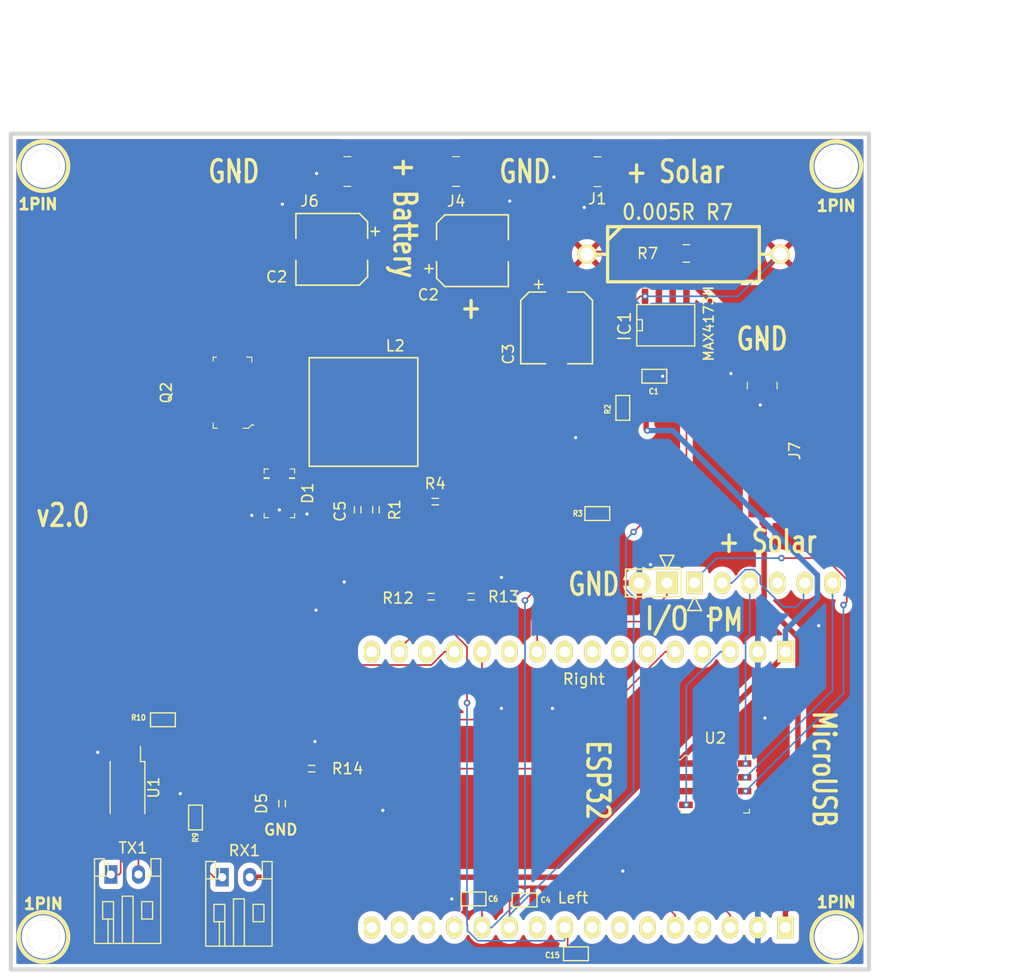
<source format=kicad_pcb>
(kicad_pcb (version 20211014) (generator pcbnew)
  (title_block (title "Peak Power Solar Charger") (date "2020-04-25") (rev "V2.0"))
  (layers (0 "F.Cu" signal "Front") (31 "B.Cu" signal "Back") (34 "B.Paste" user) (35 "F.Paste" user) (36 "B.SilkS" user "B.Silkscreen") (37 "F.SilkS" user "F.Silkscreen") (38 "B.Mask" user) (39 "F.Mask" user) (44 "Edge.Cuts" user))
  (net 0 "")
  (net 1 "Bat+")
  (net 2 "GND")
  (net 3 "I_Sol")
  (net 4 "U_Bat")
  (net 5 "U_Sol")
  (net 6 "+3V3")
  (net 7 "Net-(D5-Pad2)")
  (net 8 "Net-(R10-Pad1)")
  (net 9 "Net-(TX1-Pad1)")
  (net 10 "Net-(TX1-Pad2)")
  (net 11 "Net-(J3-Pad13)")
  (net 12 "PWM")
  (net 13 "Solar+")
  (net 14 "Net-(J3-Pad12)")
  (net 15 "Net-(J3-Pad5)")
  (net 16 "Net-(D1-Pad1)")
  (net 17 "Net-(C5-Pad2)")
  (net 18 "Net-(IC1-Pad8)")
  (net 19 "Net-(J2-Pad14)")
  (net 20 "Net-(J2-Pad12)")
  (net 21 "Net-(J3-Pad3)")
  (net 22 "Net-(J5-Pad1)")
  (net 23 "Net-(J5-Pad2)")
  (net 24 "Net-(J3-Pad10)")
  (net 25 "Net-(J5-Pad3)")
  (footprint "SO8E" (layer "F.Cu") (at 105.29932 56.6505)
    (fp_text reference "IC1" (at -3.79932 0.0995 90) (layer "F.SilkS") (effects (font (size 1.143 1.143) (thickness 0.1524))))
    (fp_text value "MAX4173H" (at 3.95068 -0.1505 90) (layer "F.SilkS") (effects (font (size 0.889 0.889) (thickness 0.1524))))
    (pad "1" smd rect locked (at -1.905 2.667) (size 0.59944 1.39954) (layers "F.Cu" "F.Paste" "F.Mask") (net 6 "+3V3"))
    (pad "2" smd rect locked (at -0.635 2.667) (size 0.59944 1.39954) (layers "F.Cu" "F.Paste" "F.Mask"))
    (pad "3" smd rect locked (at 0.635 2.667) (size 0.59944 1.39954) (layers "F.Cu" "F.Paste" "F.Mask") (net 2 "GND"))
    (pad "4" smd rect locked (at 1.905 2.667) (size 0.59944 1.39954) (layers "F.Cu" "F.Paste" "F.Mask") (net 3 "I_Sol"))
    (pad "5" smd rect locked (at 1.905 -2.667) (size 0.59944 1.39954) (layers "F.Cu" "F.Paste" "F.Mask"))
    (pad "6" smd rect locked (at 0.635 -2.667) (size 0.59944 1.39954) (layers "F.Cu" "F.Paste" "F.Mask") (net 13 "Solar+"))
    (pad "7" smd rect locked (at -0.635 -2.667) (size 0.59944 1.39954) (layers "F.Cu" "F.Paste" "F.Mask"))
    (pad "8" smd rect locked (at -1.905 -2.667) (size 0.59944 1.39954) (layers "F.Cu" "F.Paste" "F.Mask") (net 18 "Net-(IC1-Pad8)"))
  )
  (footprint "SM0603_Capa" (layer "F.Cu") (at 92.3 109.6)
    (fp_text reference "C4" (at 1.934 0.001) (layer "F.SilkS") (effects (font (size 0.508 0.4572) (thickness 0.1143))))
    (fp_text value "0.1uF" hide)
    (pad "1" smd rect locked (at -0.762 0) (size 0.635 1.143) (layers "F.Cu" "F.Paste" "F.Mask") (net 3 "I_Sol"))
    (pad "2" smd rect locked (at 0.762 0) (size 0.635 1.143) (layers "F.Cu" "F.Paste" "F.Mask") (net 2 "GND"))
  )
  (footprint "SM0603_Capa" (layer "F.Cu") (at 87.6 109.5 180)
    (fp_text reference "C6" (at -1.808 0 180) (layer "F.SilkS") (effects (font (size 0.508 0.4572) (thickness 0.1143))))
    (fp_text value "0.1uF" hide)
    (pad "1" smd rect locked (at -0.762 0 180) (size 0.635 1.143) (layers "F.Cu" "F.Paste" "F.Mask") (net 5 "U_Sol"))
    (pad "2" smd rect locked (at 0.762 0 180) (size 0.635 1.143) (layers "F.Cu" "F.Paste" "F.Mask") (net 2 "GND"))
  )
  (footprint "SM0603_Capa" (layer "F.Cu") (at 104.25 61.3495)
    (fp_text reference "C1" (at -0.0511 1.4005) (layer "F.SilkS") (effects (font (size 0.508 0.4572) (thickness 0.1143))))
    (fp_text value "0.1uF" hide)
    (pad "1" smd rect locked (at -0.762 0) (size 0.635 1.143) (layers "F.Cu" "F.Paste" "F.Mask") (net 6 "+3V3"))
    (pad "2" smd rect locked (at 0.762 0) (size 0.635 1.143) (layers "F.Cu" "F.Paste" "F.Mask") (net 2 "GND"))
  )
  (footprint "SM0603_Capa" (layer "F.Cu") (at 97.028 114.554)
    (fp_text reference "C15" (at -2.159 0.127) (layer "F.SilkS") (effects (font (size 0.508 0.4572) (thickness 0.1143))))
    (fp_text value "0.1uF" hide)
    (pad "1" smd rect locked (at -0.762 0) (size 0.635 1.143) (layers "F.Cu" "F.Paste" "F.Mask") (net 4 "U_Bat"))
    (pad "2" smd rect locked (at 0.762 0) (size 0.635 1.143) (layers "F.Cu" "F.Paste" "F.Mask") (net 2 "GND"))
  )
  (footprint "SM0603" (layer "F.Cu") (at 99 74)
    (fp_text reference "R3" (at -1.80064 0.0012) (layer "F.SilkS") (effects (font (size 0.508 0.4572) (thickness 0.1143))))
    (fp_text value "560R" hide)
    (pad "1" smd rect locked (at -0.762 0) (size 0.635 1.143) (layers "F.Cu" "F.Paste" "F.Mask") (net 2 "GND"))
    (pad "2" smd rect locked (at 0.762 0) (size 0.635 1.143) (layers "F.Cu" "F.Paste" "F.Mask") (net 5 "U_Sol"))
  )
  (footprint "SM0603" (layer "F.Cu") (at 101.346 64.262 90)
    (fp_text reference "R2" (at -0.127 -1.397 90) (layer "F.SilkS") (effects (font (size 0.508 0.4572) (thickness 0.1143))))
    (fp_text value "10k" hide)
    (pad "1" smd rect locked (at -0.762 0 90) (size 0.635 1.143) (layers "F.Cu" "F.Paste" "F.Mask") (net 5 "U_Sol"))
    (pad "2" smd rect locked (at 0.762 0 90) (size 0.635 1.143) (layers "F.Cu" "F.Paste" "F.Mask") (net 18 "Net-(IC1-Pad8)"))
  )
  (footprint "SM0603" (layer "F.Cu") (at 62 102 -90)
    (fp_text reference "R9" (at 1.8494 0 -90) (layer "F.SilkS") (effects (font (size 0.508 0.4572) (thickness 0.1143))))
    (fp_text value "4K7" hide)
    (pad "1" smd rect locked (at -0.762 0 270) (size 0.635 1.143) (layers "F.Cu" "F.Paste" "F.Mask") (net 2 "GND"))
    (pad "2" smd rect locked (at 0.762 0 270) (size 0.635 1.143) (layers "F.Cu" "F.Paste" "F.Mask") (net 14 "Net-(J3-Pad12)"))
  )
  (footprint "SM0603" (layer "F.Cu") (at 59 93)
    (fp_text reference "R10" (at -2.24952 -0.19904) (layer "F.SilkS") (effects (font (size 0.508 0.4572) (thickness 0.1143))))
    (fp_text value "220R" hide)
    (pad "1" smd rect locked (at -0.762 0) (size 0.635 1.143) (layers "F.Cu" "F.Paste" "F.Mask") (net 8 "Net-(R10-Pad1)"))
    (pad "2" smd rect locked (at 0.762 0) (size 0.635 1.143) (layers "F.Cu" "F.Paste" "F.Mask") (net 11 "Net-(J3-Pad13)"))
  )
  (footprint "R7" (layer "F.Cu") (at 106.93 50.11)
    (fp_text reference "R7" (at 3.32 -3.86) (layer "F.SilkS") (effects (font (size 1.397 1.27) (thickness 0.2032))))
    (fp_text value "0.005R" (at -2.282 -3.882) (layer "F.SilkS") (effects (font (size 1.397 1.27) (thickness 0.2032))))
    (pad "1" thru_hole circle locked (at 8.89 0) (size 1.778 1.778) (drill 1.27) (layers *.Cu *.Mask "F.SilkS") (net 18 "Net-(IC1-Pad8)"))
    (pad "2" thru_hole circle locked (at -8.89 0) (size 1.778 1.778) (drill 1.27) (layers *.Cu *.Mask "F.SilkS") (net 13 "Solar+"))
  )
  (footprint "1pin" (layer "F.Cu") (at 48 113)
    (fp_text reference "1PIN" (at 0 -3.048) (layer "F.SilkS") (effects (font (size 1.016 1.016) (thickness 0.254))))
    (fp_text value "" hide)
    (pad "1" thru_hole circle locked (at 0 0) (size 2.99974 2.99974) (drill 2.99974) (layers *.Cu "F.SilkS"))
  )
  (footprint "1pin" (layer "F.Cu") (at 121 113)
    (fp_text reference "1PIN" (at 0 -3.19954) (layer "F.SilkS") (effects (font (size 1.016 1.016) (thickness 0.254))))
    (fp_text value "" hide)
    (pad "1" thru_hole circle locked (at 0 0) (size 2.99974 2.99974) (drill 2.99974) (layers *.Cu *.Mask "F.SilkS"))
  )
  (footprint "1pin" (layer "F.Cu") (at 121 42)
    (fp_text reference "1PIN" (at 0 3.65084) (layer "F.SilkS") (effects (font (size 1.016 1.016) (thickness 0.254))))
    (fp_text value "" hide)
    (pad "1" thru_hole circle locked (at 0 0) (size 2.99974 2.99974) (drill 2.99974) (layers *.Cu *.Mask "F.SilkS"))
  )
  (footprint "1pin" (layer "F.Cu") (at 48 42)
    (fp_text reference "1PIN" (at -0.5001 3.4999) (layer "F.SilkS") (effects (font (size 1.016 1.016) (thickness 0.254))))
    (fp_text value "" hide)
    (pad "1" thru_hole circle locked (at 0 0) (size 2.99974 2.99974) (drill 2.99974) (layers *.Cu *.Mask "F.SilkS"))
  )
  (footprint "ESP32-footprints-Lib:PIN16" (layer "F.Cu") (at 96 113.4 180)
    (fp_text reference "J2" hide)
    (fp_text value "Left" (at -0.75 4 180) (layer "F.SilkS"))
    (pad "1" thru_hole oval locked (at 17.78 1.27 180) (size 1.5 2) (drill 1) (layers *.Cu *.Mask "F.SilkS"))
    (pad "2" thru_hole oval locked (at 15.24 1.27 180) (size 1.5 2) (drill 1) (layers *.Cu *.Mask "F.SilkS"))
    (pad "3" thru_hole oval locked (at 12.7 1.27 180) (size 1.5 2) (drill 1) (layers *.Cu *.Mask "F.SilkS"))
    (pad "4" thru_hole oval locked (at 10.16 1.27 180) (size 1.5 2) (drill 1) (layers *.Cu *.Mask "F.SilkS"))
    (pad "5" thru_hole oval locked (at 7.62 1.27 180) (size 1.5 2) (drill 1) (layers *.Cu *.Mask "F.SilkS") (net 5 "U_Sol"))
    (pad "6" thru_hole oval locked (at 5.08 1.27 180) (size 1.5 2) (drill 1) (layers *.Cu *.Mask "F.SilkS") (net 3 "I_Sol"))
    (pad "7" thru_hole oval locked (at 2.54 1.27 180) (size 1.5 2) (drill 1) (layers *.Cu *.Mask "F.SilkS"))
    (pad "8" thru_hole oval locked (at 0 1.27 180) (size 1.5 2) (drill 1) (layers *.Cu *.Mask "F.SilkS") (net 4 "U_Bat"))
    (pad "9" thru_hole oval locked (at -2.54 1.27 180) (size 1.5 2) (drill 1) (layers *.Cu *.Mask "F.SilkS"))
    (pad "10" thru_hole oval locked (at -5.08 1.27 180) (size 1.5 2) (drill 1) (layers *.Cu *.Mask "F.SilkS"))
    (pad "11" thru_hole oval locked (at -7.62 1.27 180) (size 1.5 2) (drill 1) (layers *.Cu *.Mask "F.SilkS"))
    (pad "12" thru_hole oval locked (at -10.16 1.27 180) (size 1.5 2) (drill 1) (layers *.Cu *.Mask "F.SilkS") (net 20 "Net-(J2-Pad12)"))
    (pad "13" thru_hole oval locked (at -12.7 1.27 180) (size 1.5 2) (drill 1) (layers *.Cu *.Mask "F.SilkS"))
    (pad "14" thru_hole oval locked (at -15.24 1.27 180) (size 1.5 2) (drill 1) (layers *.Cu *.Mask "F.SilkS") (net 19 "Net-(J2-Pad14)"))
    (pad "15" thru_hole oval locked (at -17.78 1.27 180) (size 1.5 2) (drill 1) (layers *.Cu *.Mask "F.SilkS") (net 2 "GND"))
    (pad "16" thru_hole rect locked (at -20.32 1.27 180) (size 1.5 2) (drill 1) (layers *.Cu *.Mask "F.SilkS") (net 13 "Solar+"))
  )
  (footprint "ESP32-footprints-Lib:PIN16" (layer "F.Cu") (at 96 88 180)
    (fp_text reference "J3" hide)
    (fp_text value "Right" (at -1.75 -1.25 180) (layer "F.SilkS"))
    (pad "1" thru_hole rect locked (at -20.32 1.27 180) (size 1.5 2) (drill 1) (layers *.Cu *.Mask "F.SilkS") (net 6 "+3V3"))
    (pad "2" thru_hole oval locked (at -17.78 1.27 180) (size 1.5 2) (drill 1) (layers *.Cu *.Mask "F.SilkS") (net 2 "GND"))
    (pad "3" thru_hole oval locked (at -15.24 1.27 180) (size 1.5 2) (drill 1) (layers *.Cu *.Mask "F.SilkS") (net 21 "Net-(J3-Pad3)"))
    (pad "4" thru_hole oval locked (at -12.7 1.27 180) (size 1.5 2) (drill 1) (layers *.Cu *.Mask "F.SilkS"))
    (pad "5" thru_hole oval locked (at -10.16 1.27 180) (size 1.5 2) (drill 1) (layers *.Cu *.Mask "F.SilkS") (net 15 "Net-(J3-Pad5)"))
    (pad "6" thru_hole oval locked (at -7.62 1.27 180) (size 1.5 2) (drill 1) (layers *.Cu *.Mask "F.SilkS"))
    (pad "7" thru_hole oval locked (at -5.08 1.27 180) (size 1.5 2) (drill 1) (layers *.Cu *.Mask "F.SilkS"))
    (pad "8" thru_hole oval locked (at -2.54 1.27 180) (size 1.5 2) (drill 1) (layers *.Cu *.Mask "F.SilkS"))
    (pad "9" thru_hole oval locked (at 0 1.27 180) (size 1.5 2) (drill 1) (layers *.Cu *.Mask "F.SilkS"))
    (pad "10" thru_hole oval locked (at 2.54 1.27 180) (size 1.5 2) (drill 1) (layers *.Cu *.Mask "F.SilkS") (net 24 "Net-(J3-Pad10)"))
    (pad "11" thru_hole oval locked (at 5.08 1.27 180) (size 1.5 2) (drill 1) (layers *.Cu *.Mask "F.SilkS"))
    (pad "12" thru_hole oval locked (at 7.62 1.27 180) (size 1.5 2) (drill 1) (layers *.Cu *.Mask "F.SilkS") (net 14 "Net-(J3-Pad12)"))
    (pad "13" thru_hole oval locked (at 10.16 1.27 180) (size 1.5 2) (drill 1) (layers *.Cu *.Mask "F.SilkS") (net 11 "Net-(J3-Pad13)"))
    (pad "14" thru_hole oval locked (at 12.7 1.27 180) (size 1.5 2) (drill 1) (layers *.Cu *.Mask "F.SilkS"))
    (pad "15" thru_hole oval locked (at 15.24 1.27 180) (size 1.5 2) (drill 1) (layers *.Cu *.Mask "F.SilkS") (net 12 "PWM"))
    (pad "16" thru_hole oval locked (at 17.78 1.27 180) (size 1.5 2) (drill 1) (layers *.Cu *.Mask "F.SilkS"))
  )
  (footprint "digikey-footprints:0603" (layer "F.Cu") (at 69.977 100.711 90)
    (fp_text reference "D5" (at 0 -1.905 90) (layer "F.SilkS"))
    (fp_text value "COMMS")
    (pad "1" smd rect locked (at -0.7 0 90) (size 0.6 0.8) (layers "F.Cu" "F.Paste" "F.Mask") (net 2 "GND"))
    (pad "2" smd rect locked (at 0.7 0 90) (size 0.6 0.8) (layers "F.Cu" "F.Paste" "F.Mask") (net 7 "Net-(D5-Pad2)"))
  )
  (footprint "digikey-footprints:0603" (layer "F.Cu") (at 83.693 81.661 180)
    (fp_text reference "R12" (at 3.048 -0.127 180) (layer "F.SilkS"))
    (fp_text value "10k")
    (pad "1" smd rect locked (at -0.7 0 180) (size 0.6 0.8) (layers "F.Cu" "F.Paste" "F.Mask") (net 4 "U_Bat"))
    (pad "2" smd rect locked (at 0.7 0 180) (size 0.6 0.8) (layers "F.Cu" "F.Paste" "F.Mask") (net 1 "Bat+"))
  )
  (footprint "digikey-footprints:0603" (layer "F.Cu") (at 87.376 81.661 180)
    (fp_text reference "R13" (at -3 0 180) (layer "F.SilkS"))
    (fp_text value "560R")
    (pad "1" smd rect locked (at -0.7 0 180) (size 0.6 0.8) (layers "F.Cu" "F.Paste" "F.Mask") (net 2 "GND"))
    (pad "2" smd rect locked (at 0.7 0 180) (size 0.6 0.8) (layers "F.Cu" "F.Paste" "F.Mask") (net 4 "U_Bat"))
  )
  (footprint "digikey-footprints:0603" (layer "F.Cu") (at 72.7 97.5)
    (fp_text reference "R14" (at 3.3 0) (layer "F.SilkS"))
    (fp_text value "560R")
    (pad "1" smd rect locked (at -0.7 0) (size 0.6 0.8) (layers "F.Cu" "F.Paste" "F.Mask") (net 7 "Net-(D5-Pad2)"))
    (pad "2" smd rect locked (at 0.7 0) (size 0.6 0.8) (layers "F.Cu" "F.Paste" "F.Mask") (net 15 "Net-(J3-Pad5)"))
  )
  (footprint "Connectors_JST:JST_PH_S2B-PH-K_02x2.00mm_Angled" (layer "F.Cu") (at 65 107.5)
    (fp_text reference "RX1" (at 1.5 -2.45) (layer "F.SilkS"))
    (fp_text value "Receive")
    (pad "1" thru_hole rect locked (at -0.54 0) (size 1.2 1.7) (drill 0.75) (layers *.Cu *.Mask) (net 14 "Net-(J3-Pad12)"))
    (pad "2" thru_hole oval locked (at 2 0) (size 1.2 1.7) (drill 0.75) (layers *.Cu *.Mask) (net 6 "+3V3"))
  )
  (footprint "Connectors_JST:JST_PH_S2B-PH-K_02x2.00mm_Angled" (layer "F.Cu") (at 54.75 107.25)
    (fp_text reference "TX1" (at 1.5 -2.45) (layer "F.SilkS"))
    (fp_text value "Transmit")
    (pad "1" thru_hole rect locked (at -0.54 0) (size 1.2 1.7) (drill 0.75) (layers *.Cu *.Mask) (net 9 "Net-(TX1-Pad1)"))
    (pad "2" thru_hole oval locked (at 2 0) (size 1.2 1.7) (drill 0.75) (layers *.Cu *.Mask) (net 10 "Net-(TX1-Pad2)"))
  )
  (footprint "Housings_SSOP:SOP-4_4.4x2.8mm_Pitch1.27mm" (layer "F.Cu") (at 55.75 99.25 -90)
    (fp_text reference "U1" (at 0 -2.4 -90) (layer "F.SilkS"))
    (fp_text value "HMHA2801")
    (pad "1" smd rect locked (at -3.15 -0.64 270) (size 1.3 0.8) (layers "F.Cu" "F.Paste" "F.Mask") (net 8 "Net-(R10-Pad1)"))
    (pad "2" smd rect locked (at -3.15 0.64 270) (size 1.3 0.8) (layers "F.Cu" "F.Paste" "F.Mask") (net 2 "GND"))
    (pad "3" smd rect locked (at 3.15 0.64 270) (size 1.3 0.8) (layers "F.Cu" "F.Paste" "F.Mask") (net 9 "Net-(TX1-Pad1)"))
    (pad "4" smd rect locked (at 3.15 -0.64 270) (size 1.3 0.8) (layers "F.Cu" "F.Paste" "F.Mask") (net 10 "Net-(TX1-Pad2)"))
  )
  (footprint "digikey-footprints:1210" (layer "F.Cu") (at 99 42.5 180)
    (fp_text reference "J1" (at 0 -2.5 180) (layer "F.SilkS"))
    (fp_text value "SOLAR_INPUT")
    (pad "1" smd rect locked (at -1.145 0 180) (size 2 3) (layers "F.Cu" "F.Paste" "F.Mask") (net 18 "Net-(IC1-Pad8)"))
    (pad "2" smd rect locked (at 2 0 180) (size 2 3) (layers "F.Cu" "F.Paste" "F.Mask") (net 2 "GND"))
  )
  (footprint "digikey-footprints:1210" (layer "F.Cu") (at 86 42.5)
    (fp_text reference "J4" (at 0 2.72) (layer "F.SilkS"))
    (fp_text value "BATTERY_OUTPUT")
    (pad "1" smd rect locked (at -1.145 0) (size 2 3) (layers "F.Cu" "F.Paste" "F.Mask") (net 1 "Bat+"))
    (pad "2" smd rect locked (at 2 0) (size 2 3) (layers "F.Cu" "F.Paste" "F.Mask") (net 2 "GND"))
  )
  (footprint "digikey-footprints:1210" (layer "F.Cu") (at 114.173 62.23 -90)
    (fp_text reference "J7" (at 6 -3 -90) (layer "F.SilkS"))
    (fp_text value "SOLAR_OUTPUT")
    (pad "1" smd rect locked (at -1.145 0 270) (size 2.54 2.54) (layers "F.Cu" "F.Paste" "F.Mask") (net 2 "GND"))
    (pad "2" smd rect locked (at 10.855 0 270) (size 2.54 2.54) (layers "F.Cu" "F.Paste" "F.Mask") (net 13 "Solar+"))
  )
  (footprint "digikey-footprints:1210" (layer "F.Cu") (at 76 42.5)
    (fp_text reference "J6" (at -3.5 2.712) (layer "F.SilkS"))
    (fp_text value "in")
    (pad "1" smd rect locked (at -6 0) (size 2.54 3) (layers "F.Cu" "F.Paste" "F.Mask") (net 2 "GND"))
    (pad "2" smd rect locked (at 1 0) (size 2.54 3) (layers "F.Cu" "F.Paste" "F.Mask") (net 1 "Bat+"))
  )
  (footprint "ESP32-footprints-Lib:Cpol-6.3x7.7" (layer "F.Cu") (at 87.503 49.784 180)
    (fp_text reference "C2" (at 4.064 -4.064 180) (layer "F.SilkS"))
    (fp_text value "220uF" hide)
    (pad "1" smd rect locked (at 2.75082 0 180) (size 3.59918 1.6002) (layers "F.Cu" "F.Paste" "F.Mask") (net 1 "Bat+"))
    (pad "2" smd rect locked (at -2.75082 0 180) (size 3.59918 1.6002) (layers "F.Cu" "F.Paste" "F.Mask") (net 2 "GND"))
  )
  (footprint "ESP32-footprints-Lib:Cpol-6.3x7.7" (layer "F.Cu") (at 95.25 56.896 90)
    (fp_text reference "C3" (at -2.413 -4.445 90) (layer "F.SilkS"))
    (fp_text value "100uF" hide)
    (pad "1" smd rect locked (at 2.75082 0 90) (size 3.59918 1.6002) (layers "F.Cu" "F.Paste" "F.Mask") (net 13 "Solar+"))
    (pad "2" smd rect locked (at -2.75082 0 90) (size 3.59918 1.6002) (layers "F.Cu" "F.Paste" "F.Mask") (net 2 "GND"))
  )
  (footprint "ESP32-footprints-Lib:7447779139" (layer "F.Cu") (at 77.47 64.643)
    (fp_text reference "L2" (at 2.921 -6.096) (layer "F.SilkS"))
    (fp_text value "33uH")
    (pad "1" smd rect locked (at 0 5) (size 1.7 2) (layers "F.Cu" "F.Paste" "F.Mask") (net 16 "Net-(D1-Pad1)"))
    (pad "2" smd rect locked (at 0 -5) (size 1.7 2) (layers "F.Cu" "F.Paste" "F.Mask") (net 1 "Bat+"))
  )
  (footprint "ESP32-footprints-Lib:Cpol-6.3x7.7" (layer "F.Cu") (at 74.549 49.657)
    (fp_text reference "C2" (at -5.08 2.54) (layer "F.SilkS"))
    (fp_text value "220uF" hide)
    (pad "1" smd rect locked (at 2.75082 0) (size 3.59918 1.6002) (layers "F.Cu" "F.Paste" "F.Mask") (net 1 "Bat+"))
    (pad "2" smd rect locked (at -2.75082 0) (size 3.59918 1.6002) (layers "F.Cu" "F.Paste" "F.Mask") (net 2 "GND"))
  )
  (footprint "digikey-footprints:SOT-223" (layer "F.Cu") (at 65.405 62.865 90)
    (fp_text reference "Q2" (at 0 -6.1 90) (layer "F.SilkS"))
    (fp_text value "IRFIZ44N")
    (pad "1" smd rect locked (at -2.3 3.15 90) (size 1.5 2.2) (layers "F.Cu" "F.Paste" "F.Mask") (net 17 "Net-(C5-Pad2)"))
    (pad "2" smd rect locked (at 0 3.15 90) (size 1.5 2.2) (layers "F.Cu" "F.Paste" "F.Mask") (net 13 "Solar+"))
    (pad "3" smd rect locked (at 2.3 3.15 90) (size 1.5 2.2) (layers "F.Cu" "F.Paste" "F.Mask") (net 16 "Net-(D1-Pad1)"))
    (pad "4" smd rect locked (at 0 -3.15 90) (size 3.8 2.2) (layers "F.Cu" "F.Paste" "F.Mask"))
  )
  (footprint "digikey-footprints:0805" (layer "F.Cu") (at 107.188 50.038 180)
    (fp_text reference "R7" (at 3.556 0 180) (layer "F.SilkS"))
    (fp_text value "0805")
    (pad "1" smd rect locked (at -1.05 0 180) (size 1.2 1.2) (layers "F.Cu" "F.Paste" "F.Mask") (net 18 "Net-(IC1-Pad8)"))
    (pad "2" smd rect locked (at 1.05 0 180) (size 1.2 1.2) (layers "F.Cu" "F.Paste" "F.Mask") (net 13 "Solar+"))
  )
  (footprint "digikey-footprints:0603" (layer "F.Cu") (at 84.074 72.898)
    (fp_text reference "R4" (at 0 -1.651) (layer "F.SilkS"))
    (fp_text value "100R")
    (pad "1" smd rect locked (at -0.7 0) (size 0.6 0.8) (layers "F.Cu" "F.Paste" "F.Mask") (net 17 "Net-(C5-Pad2)"))
    (pad "2" smd rect locked (at 0.7 0) (size 0.6 0.8) (layers "F.Cu" "F.Paste" "F.Mask") (net 12 "PWM"))
  )
  (footprint "digikey-footprints:0603" (layer "F.Cu") (at 76.935001 73.654999 90)
    (fp_text reference "C5" (at -0.132001 -1.624001 90) (layer "F.SilkS"))
    (fp_text value "1nF")
    (pad "1" smd rect locked (at -0.7 0 90) (size 0.6 0.8) (layers "F.Cu" "F.Paste" "F.Mask") (net 2 "GND"))
    (pad "2" smd rect locked (at 0.7 0 90) (size 0.6 0.8) (layers "F.Cu" "F.Paste" "F.Mask") (net 17 "Net-(C5-Pad2)"))
  )
  (footprint "digikey-footprints:0603" (layer "F.Cu") (at 78.613 73.654999 -90)
    (fp_text reference "R1" (at 0 -1.731999 -90) (layer "F.SilkS"))
    (fp_text value "10k")
    (pad "1" smd rect locked (at -0.7 0 270) (size 0.6 0.8) (layers "F.Cu" "F.Paste" "F.Mask") (net 17 "Net-(C5-Pad2)"))
    (pad "2" smd rect locked (at 0.7 0 270) (size 0.6 0.8) (layers "F.Cu" "F.Paste" "F.Mask") (net 2 "GND"))
  )
  (footprint "digikey-footprints:DO-214AC" (layer "F.Cu") (at 69.723 72.136 -90)
    (fp_text reference "D1" (at 0 -2.6 -90) (layer "F.SilkS"))
    (fp_text value "D_Schottky")
    (pad "1" smd rect locked (at -2 0 270) (size 2.5 1.7) (layers "F.Cu" "F.Paste" "F.Mask") (net 16 "Net-(D1-Pad1)"))
    (pad "2" smd rect locked (at 2 0 270) (size 2.5 1.7) (layers "F.Cu" "F.Paste" "F.Mask") (net 2 "GND"))
  )
  (footprint "digikey-footprints:TDFN-8-1EP" (layer "F.Cu") (at 109.855 98.933)
    (fp_text reference "U2" (at 0 -4.25) (layer "F.SilkS"))
    (fp_text value "MAX5424")
    (pad "1" smd rect locked (at -2.7 -1.905) (size 1.25 0.6) (layers "F.Cu" "F.Paste" "F.Mask") (net 6 "+3V3"))
    (pad "2" smd rect locked (at -2.7 -0.635) (size 1.25 0.6) (layers "F.Cu" "F.Paste" "F.Mask") (net 20 "Net-(J2-Pad12)"))
    (pad "3" smd rect locked (at -2.7 0.635) (size 1.25 0.6) (layers "F.Cu" "F.Paste" "F.Mask") (net 19 "Net-(J2-Pad14)"))
    (pad "4" smd rect locked (at -2.7 1.905) (size 1.25 0.6) (layers "F.Cu" "F.Paste" "F.Mask") (net 21 "Net-(J3-Pad3)"))
    (pad "5" smd rect locked (at 2.7 1.905) (size 1.25 0.6) (layers "F.Cu" "F.Paste" "F.Mask") (net 2 "GND"))
    (pad "6" smd rect locked (at 2.7 0.635) (size 1.25 0.6) (layers "F.Cu" "F.Paste" "F.Mask") (net 22 "Net-(J5-Pad1)"))
    (pad "7" smd rect locked (at 2.7 -0.635) (size 1.25 0.6) (layers "F.Cu" "F.Paste" "F.Mask") (net 23 "Net-(J5-Pad2)"))
    (pad "8" smd rect locked (at 2.7 -1.905) (size 1.25 0.6) (layers "F.Cu" "F.Paste" "F.Mask") (net 25 "Net-(J5-Pad3)"))
  )
  (footprint "ESP32-footprints-Lib:PIN2" (layer "F.Cu") (at 104.14 80.391 180)
    (fp_text reference "RX2" hide)
    (fp_text value "Receive" hide)
    (pad "1" thru_hole rect locked (at -1.27 0 180) (size 2 2) (drill 1) (layers *.Cu *.Mask "F.SilkS") (net 24 "Net-(J3-Pad10)"))
    (pad "2" thru_hole oval locked (at 1.27 0 180) (size 2 2) (drill 1) (layers *.Cu *.Mask "F.SilkS") (net 2 "GND"))
  )
  (footprint "ESP32-footprints-Lib:PIN6" (layer "F.Cu") (at 116.84 80.391)
    (fp_text reference "J5" hide)
    (fp_text value "header3" hide)
    (pad "1" thru_hole rect locked (at -8.89 0) (size 1.5 2) (drill 1) (layers *.Cu *.Mask "F.SilkS") (net 22 "Net-(J5-Pad1)"))
    (pad "2" thru_hole oval locked (at -6.35 0) (size 1.5 2) (drill 1) (layers *.Cu *.Mask "F.SilkS") (net 23 "Net-(J5-Pad2)"))
    (pad "3" thru_hole oval locked (at -3.81 0) (size 1.5 2) (drill 1) (layers *.Cu *.Mask "F.SilkS") (net 25 "Net-(J5-Pad3)"))
    (pad "4" thru_hole oval locked (at -1.27 0) (size 1.5 2) (drill 1) (layers *.Cu *.Mask "F.SilkS"))
    (pad "5" thru_hole oval locked (at 1.27 0) (size 1.5 2) (drill 1) (layers *.Cu *.Mask "F.SilkS"))
    (pad "6" thru_hole oval locked (at 3.81 0) (size 1.5 2) (drill 1) (layers *.Cu *.Mask "F.SilkS") (net 23 "Net-(J5-Pad2)"))
  )
  (gr_line (start 45 39) (end 124 39) (layer "Edge.Cuts") (width 0.381))
  (gr_line (start 45 116) (end 45 39) (layer "Edge.Cuts") (width 0.381))
  (gr_line (start 124 116) (end 45 116) (layer "Edge.Cuts") (width 0.381))
  (gr_line (start 124 39) (end 124 116) (layer "Edge.Cuts") (width 0.381))
  (gr_text "GND" (at 92.329 42.5) (layer "F.SilkS") (effects (font (size 2.032 1.524) (thickness 0.3048))))
  (gr_text "GND" (at 98.679 80.518) (layer "F.SilkS") (effects (font (size 2.032 1.524) (thickness 0.3048))))
  (gr_text "v2.0" (at 49.784 74.168) (layer "F.SilkS") (effects (font (size 2.032 1.524) (thickness 0.3048))))
  (gr_text "GND" (at 114.173 57.912) (layer "F.SilkS") (effects (font (size 2.032 1.524) (thickness 0.3048))))
  (gr_text "GND" (at 65.532 42.5) (layer "F.SilkS") (effects (font (size 2.032 1.524) (thickness 0.3048))))
  (gr_text "GND" (at 69.85 103.124) (layer "F.SilkS") (effects (font (size 1 1) (thickness 0.2))))
  (gr_text "PM" (at 110.744 83.82) (layer "F.SilkS") (effects (font (size 2.032 1.524) (thickness 0.3048))))
  (gr_text "I/O" (at 105.41 83.693) (layer "F.SilkS") (effects (font (size 2.032 1.524) (thickness 0.3048))))
  (gr_text "ESP32" (at 99.06 98.552 270) (layer "F.SilkS") (effects (font (size 2.032 1.524) (thickness 0.3048))))
  (gr_text "+ Solar" (at 114.681 76.581) (layer "F.SilkS") (effects (font (size 2.032 1.524) (thickness 0.3048))))
  (gr_text "+ Solar" (at 106.172 42.5) (layer "F.SilkS") (effects (font (size 2.032 1.524) (thickness 0.3048))))
  (gr_text "MicroUSB" (at 119.888 97.536 270) (layer "F.SilkS") (effects (font (size 2.032 1.524) (thickness 0.3048))))
  (gr_text "+" (at 87.376 55) (layer "F.SilkS") (effects (font (size 2.032 1.524) (thickness 0.3048))))
  (gr_text "+ Battery" (at 81.28 46.736 270) (layer "F.SilkS") (effects (font (size 2.032 1.524) (thickness 0.3048))))
  (segment (start 79.74914 84.455) (end 54.61 84.455) (width 0.14986) (layer "F.Cu") (net 1))
  (segment (start 82.54314 81.661) (end 79.74914 84.455) (width 0.14986) (layer "F.Cu") (net 1))
  (segment (start 54.61 61.595) (end 65.523109 50.681891) (width 0.14986) (layer "F.Cu") (net 1))
  (segment (start 75.35037 49.657) (end 77.29982 49.657) (width 0.14986) (layer "F.Cu") (net 1))
  (segment (start 82.993 81.661) (end 82.54314 81.661) (width 0.14986) (layer "F.Cu") (net 1))
  (segment (start 54.61 84.455) (end 54.61 61.595) (width 0.14986) (layer "F.Cu") (net 1))
  (segment (start 74.325479 50.681891) (end 75.35037 49.657) (width 0.14986) (layer "F.Cu") (net 1))
  (segment (start 65.523109 50.681891) (end 74.325479 50.681891) (width 0.14986) (layer "F.Cu") (net 1))
  (via (at 114 64) (size 0.59944) (drill 0.29972) (layers "F.Cu" "B.Cu") (net 2))
  (via (at 73.152 42.672) (size 0.59944) (drill 0.29972) (layers "F.Cu" "B.Cu") (net 2))
  (via (at 90.932 45.212) (size 0.59944) (drill 0.29972) (layers "F.Cu" "B.Cu") (net 2))
  (via (at 69.723 73.66) (size 0.59944) (drill 0.29972) (layers "F.Cu" "B.Cu") (net 2))
  (via (at 119.38 84.328) (size 0.59944) (drill 0.29972) (layers "F.Cu" "B.Cu") (net 2))
  (via (at 90.17 79.883) (size 0.59944) (drill 0.29972) (layers "F.Cu" "B.Cu") (net 2))
  (via (at 114.427 92.837) (size 0.59944) (drill 0.29972) (layers "F.Cu" "B.Cu") (net 2))
  (via (at 75.7 80.3) (size 0.59944) (drill 0.29972) (layers "F.Cu" "B.Cu") (net 2))
  (via (at 111.3 61.1) (size 0.59944) (drill 0.29972) (layers "F.Cu" "B.Cu") (net 2))
  (via (at 105.012 61.3495) (size 0.59944) (drill 0.29972) (layers "F.Cu" "B.Cu") (net 2))
  (via (at 97 67) (size 0.59944) (drill 0.29972) (layers "F.Cu" "B.Cu") (net 2))
  (via (at 67.183 74.168) (size 0.59944) (drill 0.29972) (layers "F.Cu" "B.Cu") (net 2))
  (via (at 94.869 91.948) (size 0.59944) (drill 0.29972) (layers "F.Cu" "B.Cu") (net 2))
  (via (at 66.04 42.545) (size 0.59944) (drill 0.29972) (layers "F.Cu" "B.Cu") (net 2))
  (via (at 60.6 99.8) (size 0.59944) (drill 0.29972) (layers "F.Cu" "B.Cu") (net 2))
  (via (at 103.9 78.7) (size 0.59944) (drill 0.29972) (layers "F.Cu" "B.Cu") (net 2))
  (via (at 73.1 82.9) (size 0.59944) (drill 0.29972) (layers "F.Cu" "B.Cu") (net 2))
  (via (at 72.263 74.041) (size 0.59944) (drill 0.29972) (layers "F.Cu" "B.Cu") (net 2))
  (via (at 101.346 106.934) (size 0.59944) (drill 0.29972) (layers "F.Cu" "B.Cu") (net 2))
  (via (at 114 58) (size 0.59944) (drill 0.29972) (layers "F.Cu" "B.Cu") (net 2))
  (via (at 73 95) (size 0.59944) (drill 0.29972) (layers "F.Cu" "B.Cu") (net 2))
  (via (at 95 43) (size 0.59944) (drill 0.29972) (layers "F.Cu" "B.Cu") (net 2))
  (via (at 53 96) (size 0.59944) (drill 0.29972) (layers "F.Cu" "B.Cu") (net 2))
  (via (at 85.6 109.5) (size 0.59944) (drill 0.29972) (layers "F.Cu" "B.Cu") (net 2))
  (via (at 90.17 91.948) (size 0.59944) (drill 0.29972) (layers "F.Cu" "B.Cu") (net 2))
  (via (at 70 45.5) (size 0.59944) (drill 0.29972) (layers "F.Cu" "B.Cu") (net 2))
  (via (at 109.22 83.439) (size 0.59944) (drill 0.29972) (layers "F.Cu" "B.Cu") (net 2))
  (via (at 79.248 101.346) (size 0.59944) (drill 0.29972) (layers "F.Cu" "B.Cu") (net 2))
  (via (at 97.8 45.8) (size 0.59944) (drill 0.29972) (layers "F.Cu" "B.Cu") (net 2))
  (segment (start 90.92 109.75064) (end 91.07064 109.6) (width 0.14986) (layer "F.Cu") (net 3))
  (segment (start 90.92 112.13) (end 90.92 109.75064) (width 0.14986) (layer "F.Cu") (net 3))
  (segment (start 107.20432 70.82554) (end 107.20432 59.3175) (width 0.14986) (layer "F.Cu") (net 3))
  (segment (start 102.33786 75.692) (end 107.20432 70.82554) (width 0.14986) (layer "F.Cu") (net 3))
  (segment (start 91.07064 109.6) (end 91.538 109.6) (width 0.14986) (layer "F.Cu") (net 3))
  (via (at 102.33786 75.692) (size 0.59944) (drill 0.29972) (layers "F.Cu" "B.Cu") (net 3))
  (segment (start 102.33786 99.56228) (end 102.33786 81.671552) (width 0.14986) (layer "B.Cu") (net 3))
  (segment (start 102.33786 81.671552) (end 101.645209 80.978901) (width 0.14986) (layer "B.Cu") (net 3))
  (segment (start 90.92 112.13) (end 90.92 110.98014) (width 0.14986) (layer "B.Cu") (net 3))
  (segment (start 102.038141 75.991719) (end 102.33786 75.692) (width 0.14986) (layer "B.Cu") (net 3))
  (segment (start 101.645209 80.978901) (end 101.645209 76.384651) (width 0.14986) (layer "B.Cu") (net 3))
  (segment (start 90.92 110.98014) (end 102.33786 99.56228) (width 0.14986) (layer "B.Cu") (net 3))
  (segment (start 101.645209 76.384651) (end 102.038141 75.991719) (width 0.14986) (layer "B.Cu") (net 3))
  (segment (start 87 91.44) (end 87 86.261425) (width 0.14986) (layer "F.Cu") (net 4))
  (segment (start 96.266 112.396) (end 96 112.13) (width 0.14986) (layer "F.Cu") (net 4))
  (segment (start 96.266 114.554) (end 96.266 112.396) (width 0.14986) (layer "F.Cu") (net 4))
  (segment (start 84.393 83.654425) (end 84.393 81.661) (width 0.14986) (layer "F.Cu") (net 4))
  (segment (start 87 86.261425) (end 84.393 83.654425) (width 0.14986) (layer "F.Cu") (net 4))
  (segment (start 84.393 81.661) (end 86.676 81.661) (width 0.14986) (layer "F.Cu") (net 4))
  (via (at 87 91.44) (size 0.59944) (drill 0.29972) (layers "F.Cu" "B.Cu") (net 4))
  (segment (start 95.92506 113.3548) (end 87.976225 113.3548) (width 0.14986) (layer "B.Cu") (net 4))
  (segment (start 87 95.75) (end 87 111.86986) (width 0.14986) (layer "B.Cu") (net 4))
  (segment (start 87.03959 112.418165) (end 87.03959 111.90945) (width 0.14986) (layer "B.Cu") (net 4))
  (segment (start 87 95.75) (end 87 91.44) (width 0.14986) (layer "B.Cu") (net 4))
  (segment (start 87.03959 111.90945) (end 87 111.86986) (width 0.14986) (layer "B.Cu") (net 4))
  (segment (start 96 112.13) (end 96 113.27986) (width 0.14986) (layer "B.Cu") (net 4))
  (segment (start 96 113.27986) (end 95.92506 113.3548) (width 0.14986) (layer "B.Cu") (net 4))
  (segment (start 87.976225 113.3548) (end 87.03959 112.418165) (width 0.14986) (layer "B.Cu") (net 4))
  (segment (start 101.315 73.025) (end 101.346 72.994) (width 0.14986) (layer "F.Cu") (net 5))
  (segment (start 88.38 109.518) (end 88.362 109.5) (width 0.14986) (layer "F.Cu") (net 5))
  (segment (start 100.34 74) (end 92.34 82) (width 0.14986) (layer "F.Cu") (net 5))
  (segment (start 101.346 72.994) (end 101.346 65.024) (width 0.14986) (layer "F.Cu") (net 5))
  (segment (start 88.38 112.13) (end 88.38 109.518) (width 0.14986) (layer "F.Cu") (net 5))
  (segment (start 101.315 73.025) (end 100.34 74) (width 0.14986) (layer "F.Cu") (net 5))
  (segment (start 99.762 74) (end 100.34 74) (width 0.14986) (layer "F.Cu") (net 5))
  (via (at 92.34 82) (size 0.59944) (drill 0.29972) (layers "F.Cu" "B.Cu") (net 5))
  (segment (start 92.34 82) (end 92.34 109.06986) (width 0.14986) (layer "B.Cu") (net 5))
  (segment (start 92.34 109.06986) (end 89.27986 112.13) (width 0.14986) (layer "B.Cu") (net 5))
  (segment (start 89.27986 112.13) (end 88.38 112.13) (width 0.14986) (layer "B.Cu") (net 5))
  (segment (start 107.061 96.239) (end 107.061 96.934) (width 0.5) (layer "F.Cu") (net 6))
  (segment (start 103.488 66.2387) (end 103.60006 66.35076) (width 0.5) (layer "F.Cu") (net 6))
  (segment (start 103.488 61.3495) (end 103.488 66.2387) (width 0.5) (layer "F.Cu") (net 6))
  (segment (start 103.5391 66.2898) (end 103.60006 66.35076) (width 0.14986) (layer "F.Cu") (net 6))
  (segment (start 95.8 107.5) (end 107.061 96.239) (width 0.5) (layer "F.Cu") (net 6))
  (segment (start 107.061 96.239) (end 116.32 86.98) (width 0.5) (layer "F.Cu") (net 6))
  (segment (start 116.32 86.98) (end 116.32 86.73) (width 0.5) (layer "F.Cu") (net 6))
  (segment (start 103.488 59.41118) (end 103.39432 59.3175) (width 0.5) (layer "F.Cu") (net 6))
  (segment (start 103.488 61.3495) (end 103.488 59.41118) (width 0.5) (layer "F.Cu") (net 6))
  (segment (start 67 107.5) (end 95.8 107.5) (width 0.5) (layer "F.Cu") (net 6))
  (via (at 103.60006 66.35076) (size 0.59944) (drill 0.29972) (layers "F.Cu" "B.Cu") (net 6))
  (segment (start 116.32 84.76025) (end 116.32 86.73) (width 0.5) (layer "B.Cu") (net 6))
  (segment (start 104.023928 66.35076) (end 103.60006 66.35076) (width 0.5) (layer "B.Cu") (net 6))
  (segment (start 116.32 84.76025) (end 119.25987 81.82038) (width 0.5) (layer "B.Cu") (net 6))
  (segment (start 105.945921 66.35076) (end 104.023928 66.35076) (width 0.5) (layer "B.Cu") (net 6))
  (segment (start 119.25987 81.82038) (end 119.25987 79.664709) (width 0.5) (layer "B.Cu") (net 6))
  (segment (start 119.25987 79.664709) (end 105.945921 66.35076) (width 0.5) (layer "B.Cu") (net 6))
  (segment (start 69.977 99.523) (end 69.977 100.011) (width 0.14986) (layer "F.Cu") (net 7))
  (segment (start 72 97.5) (end 69.977 99.523) (width 0.14986) (layer "F.Cu") (net 7))
  (segment (start 56.39 94.38064) (end 57.77064 93) (width 0.14986) (layer "F.Cu") (net 8))
  (segment (start 57.77064 93) (end 58.238 93) (width 0.14986) (layer "F.Cu") (net 8))
  (segment (start 56.39 96.1) (end 56.39 94.38064) (width 0.14986) (layer "F.Cu") (net 8))
  (segment (start 55.11 102.4) (end 55.11 107.09986) (width 0.14986) (layer "F.Cu") (net 9))
  (segment (start 55.11 107.09986) (end 54.95986 107.25) (width 0.14986) (layer "F.Cu") (net 9))
  (segment (start 54.95986 107.25) (end 54.21 107.25) (width 0.14986) (layer "F.Cu") (net 9))
  (segment (start 56.75 107.25) (end 56.75 102.76) (width 0.14986) (layer "F.Cu") (net 10))
  (segment (start 56.75 102.76) (end 56.39 102.4) (width 0.14986) (layer "F.Cu") (net 10))
  (segment (start 83.71534 87.9548) (end 84.94014 86.73) (width 0.14986) (layer "F.Cu") (net 11))
  (segment (start 71.821477 87.9548) (end 83.71534 87.9548) (width 0.14986) (layer "F.Cu") (net 11))
  (segment (start 84.94014 86.73) (end 85.84 86.73) (width 0.14986) (layer "F.Cu") (net 11))
  (segment (start 66.776277 93) (end 71.821477 87.9548) (width 0.14986) (layer "F.Cu") (net 11))
  (segment (start 59.762 93) (end 66.776277 93) (width 0.14986) (layer "F.Cu") (net 11))
  (segment (start 84.774 78.775376) (end 84.774 72.898) (width 0.14986) (layer "F.Cu") (net 12))
  (segment (start 80.76 86.73) (end 80.76 86.48) (width 0.14986) (layer "F.Cu") (net 12))
  (segment (start 80.76 86.48) (end 83.693 83.547) (width 0.14986) (layer "F.Cu") (net 12))
  (segment (start 83.693 79.856376) (end 84.774 78.775376) (width 0.14986) (layer "F.Cu") (net 12))
  (segment (start 83.693 83.547) (end 83.693 79.856376) (width 0.14986) (layer "F.Cu") (net 12))
  (segment (start 106.89938 51.95932) (end 110 55.05994) (width 0.5) (layer "F.Cu") (net 13))
  (segment (start 104.013 50.038) (end 98.112 50.038) (width 0.5) (layer "F.Cu") (net 13))
  (segment (start 110 55.05994) (end 110 67.375) (width 0.5) (layer "F.Cu") (net 13))
  (segment (start 95.25 54.14518) (end 93.9499 54.14518) (width 0.5) (layer "F.Cu") (net 13))
  (segment (start 105.93432 51.95932) (end 106.89938 51.95932) (width 0.5) (layer "F.Cu") (net 13))
  (segment (start 106.138 50.038) (end 104.013 50.038) (width 0.5) (layer "F.Cu") (net 13))
  (segment (start 64.135 57.023) (end 62.255 58.903) (width 0.5) (layer "F.Cu") (net 13))
  (segment (start 98.112 50.038) (end 98.04 50.11) (width 0.5) (layer "F.Cu") (net 13))
  (segment (start 114.173 74.855) (end 114.173 73.085) (width 0.5) (layer "F.Cu") (net 13))
  (segment (start 105.93432 53.13387) (end 105.93432 51.95932) (width 0.14986) (layer "F.Cu") (net 13))
  (segment (start 117.469861 109.480139) (end 117.469861 85.410111) (width 0.5) (layer "F.Cu") (net 13))
  (segment (start 116.32 112.13) (end 116.32 110.63) (width 0.5) (layer "F.Cu") (net 13))
  (segment (start 110 67.375) (end 114 71.375) (width 0.5) (layer "F.Cu") (net 13))
  (segment (start 116.32 110.63) (end 117.469861 109.480139) (width 0.5) (layer "F.Cu") (net 13))
  (segment (start 73.406 57.023) (end 64.135 57.023) (width 0.5) (layer "F.Cu") (net 13))
  (segment (start 105.93432 53.9835) (end 105.93432 53.13387) (width 0.14986) (layer "F.Cu") (net 13))
  (segment (start 62.255 62.865) (end 68.555 62.865) (width 0.5) (layer "F.Cu") (net 13))
  (segment (start 114 71.375) (end 114 73.145) (width 0.5) (layer "F.Cu") (net 13))
  (segment (start 75.438 62.357) (end 73.646 60.565) (width 0.5) (layer "F.Cu") (net 13))
  (segment (start 73.646 60.565) (end 73.646 57.263) (width 0.5) (layer "F.Cu") (net 13))
  (segment (start 62.255 58.903) (end 62.255 62.865) (width 0.5) (layer "F.Cu") (net 13))
  (segment (start 117.469861 85.410111) (end 114.35575 82.296) (width 0.5) (layer "F.Cu") (net 13))
  (segment (start 114.35575 82.296) (end 114.35575 75.03775) (width 0.5) (layer "F.Cu") (net 13))
  (segment (start 93.9499 54.14518) (end 85.73808 62.357) (width 0.5) (layer "F.Cu") (net 13))
  (segment (start 114.35575 75.03775) (end 114.173 74.855) (width 0.5) (layer "F.Cu") (net 13))
  (segment (start 104.013 50.038) (end 105.93432 51.95932) (width 0.5) (layer "F.Cu") (net 13))
  (segment (start 85.73808 62.357) (end 75.438 62.357) (width 0.5) (layer "F.Cu") (net 13))
  (segment (start 73.646 57.263) (end 73.406 57.023) (width 0.5) (layer "F.Cu") (net 13))
  (segment (start 62 102.762) (end 62 105.78986) (width 0.14986) (layer "F.Cu") (net 14))
  (segment (start 63.71014 107.5) (end 64.46 107.5) (width 0.14986) (layer "F.Cu") (net 14))
  (segment (start 62.254 102.762) (end 72.035489 92.980511) (width 0.14986) (layer "F.Cu") (net 14))
  (segment (start 87.601489 92.980511) (end 88.38 92.202) (width 0.14986) (layer "F.Cu") (net 14))
  (segment (start 72.035489 92.980511) (end 87.601489 92.980511) (width 0.14986) (layer "F.Cu") (net 14))
  (segment (start 88.38 92.202) (end 88.38 86.73) (width 0.14986) (layer "F.Cu") (net 14))
  (segment (start 62 105.78986) (end 63.71014 107.5) (width 0.14986) (layer "F.Cu") (net 14))
  (segment (start 73 97.5) (end 94.49014 97.5) (width 0.14986) (layer "F.Cu") (net 15))
  (segment (start 105.26014 86.73) (end 106.16 86.73) (width 0.14986) (layer "F.Cu") (net 15))
  (segment (start 94.49014 97.5) (end 105.26014 86.73) (width 0.14986) (layer "F.Cu") (net 15))
  (segment (start 64.897 68.473) (end 68.205 65.165) (width 0.14986) (layer "F.Cu") (net 17))
  (segment (start 66.277489 76.310489) (end 64.897 74.93) (width 0.14986) (layer "F.Cu") (net 17))
  (segment (start 83.374 72.898) (end 75.438 72.898) (width 0.14986) (layer "F.Cu") (net 17))
  (segment (start 75.438 72.898) (end 72.009 76.327) (width 0.14986) (layer "F.Cu") (net 17))
  (segment (start 64.897 74.93) (end 64.897 68.473) (width 0.14986) (layer "F.Cu") (net 17))
  (segment (start 68.205 65.165) (end 68.555 65.165) (width 0.14986) (layer "F.Cu") (net 17))
  (segment (start 72.009 76.327) (end 71.992489 76.310489) (width 0.14986) (layer "F.Cu") (net 17))
  (segment (start 71.992489 76.310489) (end 66.277489 76.310489) (width 0.14986) (layer "F.Cu") (net 17))
  (segment (start 101.346 63.5) (end 101.346 55.58224) (width 0.14986) (layer "F.Cu") (net 18))
  (segment (start 102.94474 53.9835) (end 103.39432 53.9835) (width 0.14986) (layer "F.Cu") (net 18))
  (segment (start 101.346 55.58224) (end 102.94474 53.9835) (width 0.14986) (layer "F.Cu") (net 18))
  (via (at 103.39432 53.9835) (size 0.59944) (drill 0.29972) (layers "F.Cu" "B.Cu") (net 18))
  (segment (start 103.39432 53.9835) (end 111.9465 53.9835) (width 0.14986) (layer "B.Cu") (net 18))
  (segment (start 111.9465 53.9835) (end 115.82 50.11) (width 0.14986) (layer "B.Cu") (net 18))
  (segment (start 107.155 99.568) (end 106.83 99.568) (width 0.14986) (layer "F.Cu") (net 19))
  (segment (start 111.24 110.98014) (end 111.24 112.13) (width 0.14986) (layer "F.Cu") (net 19))
  (segment (start 106.305209 106.045349) (end 111.24 110.98014) (width 0.14986) (layer "F.Cu") (net 19))
  (segment (start 106.83 99.568) (end 106.305209 100.092791) (width 0.14986) (layer "F.Cu") (net 19))
  (segment (start 106.305209 100.092791) (end 106.305209 106.045349) (width 0.14986) (layer "F.Cu") (net 19))
  (segment (start 107.155 98.298) (end 106.38014 98.298) (width 0.14986) (layer "F.Cu") (net 20))
  (segment (start 106.38014 98.298) (end 105.2 99.47814) (width 0.14986) (layer "F.Cu") (net 20))
  (segment (start 105.2 99.47814) (end 105.2 110.02014) (width 0.14986) (layer "F.Cu") (net 20))
  (segment (start 106.16 110.98014) (end 106.16 112.13) (width 0.14986) (layer "F.Cu") (net 20))
  (segment (start 105.2 110.02014) (end 106.16 110.98014) (width 0.14986) (layer "F.Cu") (net 20))
  (via (at 107.188 100.838) (size 0.59944) (drill 0.29972) (layers "F.Cu" "B.Cu") (net 21))
  (segment (start 107.188 89.88214) (end 110.34014 86.73) (width 0.14986) (layer "B.Cu") (net 21))
  (segment (start 107.188 100.838) (end 107.188 89.88214) (width 0.14986) (layer "B.Cu") (net 21))
  (segment (start 110.34014 86.73) (end 111.24 86.73) (width 0.14986) (layer "B.Cu") (net 21))
  (segment (start 121.666 82.423) (end 121.965719 82.123281) (width 0.14986) (layer "F.Cu") (net 22))
  (segment (start 121.965719 82.123281) (end 121.965719 80.078144) (width 0.14986) (layer "F.Cu") (net 22))
  (segment (start 119.992575 78.105) (end 115.951 78.105) (width 0.14986) (layer "F.Cu") (net 22))
  (segment (start 121.965719 80.078144) (end 119.992575 78.105) (width 0.14986) (layer "F.Cu") (net 22))
  (via (at 112.649 99.568) (size 0.59944) (drill 0.29972) (layers "F.Cu" "B.Cu") (net 22))
  (via (at 121.666 82.423) (size 0.59944) (drill 0.29972) (layers "F.Cu" "B.Cu") (net 22))
  (via (at 115.951 78.105) (size 0.59944) (drill 0.29972) (layers "F.Cu" "B.Cu") (net 22))
  (segment (start 121.666 90.551) (end 121.666 82.423) (width 0.14986) (layer "B.Cu") (net 22))
  (segment (start 107.95 80.141) (end 107.95 80.391) (width 0.14986) (layer "B.Cu") (net 22))
  (segment (start 109.986 78.105) (end 107.95 80.141) (width 0.14986) (layer "B.Cu") (net 22))
  (segment (start 112.649 99.568) (end 121.666 90.551) (width 0.14986) (layer "B.Cu") (net 22))
  (segment (start 115.951 78.105) (end 109.986 78.105) (width 0.14986) (layer "B.Cu") (net 22))
  (via (at 112.649 98.298) (size 0.59944) (drill 0.29972) (layers "F.Cu" "B.Cu") (net 23))
  (segment (start 114.0048 79.737225) (end 113.433775 79.1662) (width 0.14986) (layer "B.Cu") (net 23))
  (segment (start 116.153634 82.603209) (end 114.0048 80.454375) (width 0.14986) (layer "B.Cu") (net 23))
  (segment (start 117.294791 82.603209) (end 116.153634 82.603209) (width 0.14986) (layer "B.Cu") (net 23))
  (segment (start 117.294791 82.603209) (end 117.983 81.915) (width 0.14986) (layer "B.Cu") (net 23))
  (segment (start 112.61466 79.1662) (end 111.38986 80.391) (width 0.14986) (layer "B.Cu") (net 23))
  (segment (start 120.65 90.297) (end 120.65 80.391) (width 0.14986) (layer "B.Cu") (net 23))
  (segment (start 117.983 81.915) (end 117.983 80.391) (width 0.14986) (layer "B.Cu") (net 23))
  (segment (start 111.38986 80.391) (end 110.49 80.391) (width 0.14986) (layer "B.Cu") (net 23))
  (segment (start 117.294791 93.652209) (end 120.65 90.297) (width 0.14986) (layer "B.Cu") (net 23))
  (segment (start 113.433775 79.1662) (end 112.61466 79.1662) (width 0.14986) (layer "B.Cu") (net 23))
  (segment (start 112.649 98.298) (end 117.294791 93.652209) (width 0.14986) (layer "B.Cu") (net 23))
  (segment (start 114.0048 80.454375) (end 114.0048 79.737225) (width 0.14986) (layer "B.Cu") (net 23))
  (segment (start 93.46 86.73) (end 93.46 83.95214) (width 0.14986) (layer "F.Cu") (net 24))
  (segment (start 93.46 83.95214) (end 102.99872 83.95214) (width 0.14986) (layer "F.Cu") (net 24))
  (segment (start 102.99872 83.95214) (end 105.41 81.54086) (width 0.14986) (layer "F.Cu") (net 24))
  (segment (start 105.41 81.54086) (end 105.41 80.391) (width 0.14986) (layer "F.Cu") (net 24))
  (via (at 112.649 97.028) (size 0.59944) (drill 0.29972) (layers "F.Cu" "B.Cu") (net 25))
  (segment (start 112.65 97.027) (end 112.65 85.49746) (width 0.14986) (layer "B.Cu") (net 25))
  (segment (start 113.03 85.11746) (end 113.03 80.391) (width 0.14986) (layer "B.Cu") (net 25))
  (segment (start 112.65 85.49746) (end 113.03 85.11746) (width 0.14986) (layer "B.Cu") (net 25))
  (segment (start 112.649 97.028) (end 112.65 97.027) (width 0.14986) (layer "B.Cu") (net 25))
  (zone (net 2) (net_name "GND") (layer "F.Cu") (connect_pads (clearance 0.508)) (min_thickness 0.254) (fill yes (thermal_gap 0.508) (thermal_bridge_width 0.508))
    (polygon (pts (xy 44 38) (xy 44 117) (xy 125 117) (xy 125 38)))
  )
  (zone (net 13) (net_name "Solar+") (layer "F.Cu") (priority 1) (connect_pads (clearance 0.508)) (min_thickness 0.254) (fill yes (thermal_gap 0.508) (thermal_bridge_width 0.508))
    (polygon (pts (xy 99 56) (xy 100 48) (xy 93.583 49) (xy 93.091 57.15)))
  )
  (zone (net 16) (net_name "Net-(D1-Pad1)") (layer "F.Cu") (priority 1) (connect_pads (clearance 0.508)) (min_thickness 0.254) (fill yes (thermal_gap 0.508) (thermal_bridge_width 0.508))
    (polygon (pts (xy 80.441165 72.0005) (xy 80.492918 66.298) (xy 73.177083 66.29) (xy 73.025 58.039) (xy 65 58) (xy 65.024 72.009)))
  )
  (zone (net 18) (net_name "Net-(IC1-Pad8)") (layer "F.Cu") (priority 1) (connect_pads (clearance 0.508)) (min_thickness 0.254) (fill yes (thermal_gap 0.508) (thermal_bridge_width 0.508))
    (polygon (pts (xy 118.364 52.451) (xy 118.364 46.99) (xy 114 47) (xy 109.59954 44.84966) (xy 105 40) (xy 99 40) (xy 99 45) (xy 107.315 52.451)))
  )
  (zone (net 1) (net_name "Bat+") (layer "F.Cu") (priority 1) (connect_pads (clearance 0.508)) (min_thickness 0.254) (fill yes (thermal_gap 0.508) (thermal_bridge_width 0.508))
    (polygon (pts (xy 82.423 61.849) (xy 83.09972 57.24994) (xy 85.95047 52.05056) (xy 86 40) (xy 75.78123 39.939) (xy 75.692 61.849)))
  )
  (zone (net 2) (net_name "GND") (layer "B.Cu") (connect_pads (clearance 0.508)) (min_thickness 0.254) (fill yes (thermal_gap 0.508) (thermal_bridge_width 0.508))
    (polygon (pts (xy 125 117) (xy 125 38) (xy 44 38) (xy 44 117)))
  )
)
</source>
